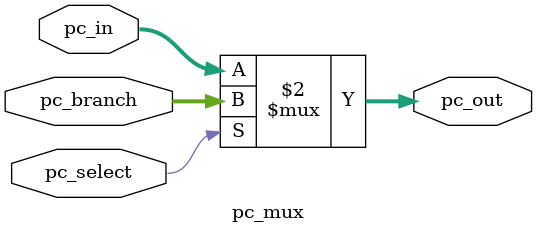
<source format=v>
module pc_mux(
    input  [31:0] pc_in,
    input  [31:0] pc_branch,
    input         pc_select,
    output [31:0] pc_out
);

    assign pc_out = (pc_select == 1'b0) ? pc_in : pc_branch;

endmodule

</source>
